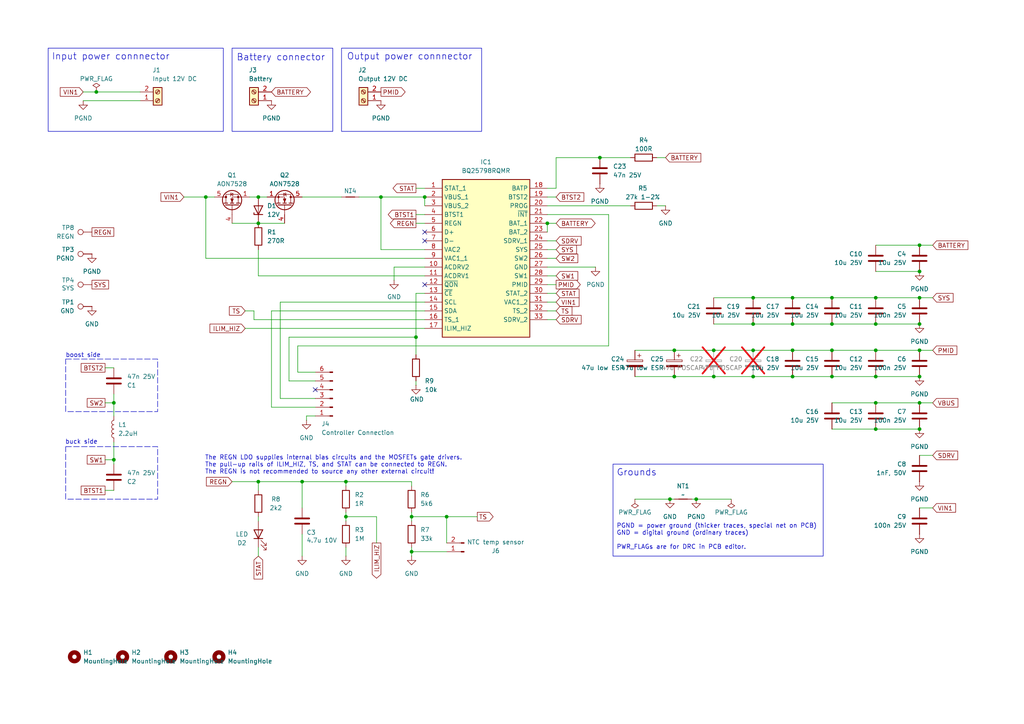
<source format=kicad_sch>
(kicad_sch (version 20231120) (generator "eeschema") (generator_version "8.0")
  (paper "A4")
  (title_block (title "BQ25798 UPS module") (rev "2.1"))
  (junction (at 173.99 45.72))
  (junction (at 33.02 116.84))
  (junction (at 74.93 139.7))
  (junction (at 119.38 160.02))
  (junction (at 254 86.36))
  (junction (at 120.65 97.79))
  (junction (at 241.3 86.36))
  (junction (at 119.38 149.86))
  (junction (at 33.02 133.35))
  (junction (at 201.93 144.78))
  (junction (at 229.87 86.36))
  (junction (at 194.31 144.78))
  (junction (at 100.33 149.86))
  (junction (at 100.33 139.7))
  (junction (at 241.3 101.6))
  (junction (at 218.44 101.6))
  (junction (at 195.58 101.6))
  (junction (at 27.94 26.67))
  (junction (at 129.54 149.86))
  (junction (at 266.7 86.36))
  (junction (at 254 124.46))
  (junction (at 207.01 109.22))
  (junction (at 266.7 93.98))
  (junction (at 229.87 93.98))
  (junction (at 218.44 109.22))
  (junction (at 254 109.22))
  (junction (at 254 101.6))
  (junction (at 123.19 57.15))
  (junction (at 207.01 101.6))
  (junction (at 218.44 86.36))
  (junction (at 266.7 71.12))
  (junction (at 266.7 78.74))
  (junction (at 195.58 109.22))
  (junction (at 74.93 57.15))
  (junction (at 266.7 109.22))
  (junction (at 254 116.84))
  (junction (at 266.7 124.46))
  (junction (at 110.49 57.15))
  (junction (at 218.44 93.98))
  (junction (at 241.3 109.22))
  (junction (at 266.7 116.84))
  (junction (at 87.63 139.7))
  (junction (at 74.93 64.77))
  (junction (at 59.69 57.15))
  (junction (at 229.87 101.6))
  (junction (at 254 93.98))
  (junction (at 266.7 101.6))
  (junction (at 229.87 109.22))
  (junction (at 158.75 64.77))
  (junction (at 241.3 93.98))
  (no_connect (at 123.19 69.85))
  (no_connect (at 91.44 113.03))
  (no_connect (at 123.19 67.31))
  (no_connect (at 123.19 82.55))
  (wire (pts (xy 129.54 149.86) (xy 129.54 157.48)))
  (wire (pts (xy 241.3 116.84) (xy 254 116.84)))
  (wire (pts (xy 201.93 144.78) (xy 212.09 144.78)))
  (wire (pts (xy 184.15 144.78) (xy 194.31 144.78)))
  (wire (pts (xy 119.38 148.59) (xy 119.38 149.86)))
  (wire (pts (xy 229.87 109.22) (xy 218.44 109.22)))
  (wire (pts (xy 30.48 133.35) (xy 33.02 133.35)))
  (wire (pts (xy 86.36 107.95) (xy 91.44 107.95)))
  (wire (pts (xy 241.3 93.98) (xy 229.87 93.98)))
  (wire (pts (xy 218.44 109.22) (xy 207.01 109.22)))
  (wire (pts (xy 207.01 101.6) (xy 195.58 101.6)))
  (wire (pts (xy 120.65 54.61) (xy 123.19 54.61)))
  (wire (pts (xy 114.3 77.47) (xy 123.19 77.47)))
  (wire (pts (xy 33.02 116.84) (xy 33.02 114.3)))
  (wire (pts (xy 176.53 62.23) (xy 176.53 100.33)))
  (wire (pts (xy 270.51 71.12) (xy 266.7 71.12)))
  (wire (pts (xy 78.74 118.11) (xy 78.74 90.17)))
  (wire (pts (xy 78.74 90.17) (xy 123.19 90.17)))
  (wire (pts (xy 87.63 57.15) (xy 99.06 57.15)))
  (wire (pts (xy 161.29 57.15) (xy 158.75 57.15)))
  (wire (pts (xy 161.29 85.09) (xy 158.75 85.09)))
  (wire (pts (xy 30.48 106.68) (xy 33.02 106.68)))
  (wire (pts (xy 104.14 57.15) (xy 110.49 57.15)))
  (wire (pts (xy 161.29 74.93) (xy 158.75 74.93)))
  (wire (pts (xy 119.38 151.13) (xy 119.38 149.86)))
  (wire (pts (xy 173.99 45.72) (xy 182.88 45.72)))
  (wire (pts (xy 120.65 110.49) (xy 120.65 111.76)))
  (wire (pts (xy 33.02 128.27) (xy 33.02 133.35)))
  (wire (pts (xy 158.75 64.77) (xy 161.29 64.77)))
  (wire (pts (xy 241.3 109.22) (xy 229.87 109.22)))
  (wire (pts (xy 270.51 147.32) (xy 266.7 147.32)))
  (wire (pts (xy 73.66 90.17) (xy 73.66 92.71)))
  (wire (pts (xy 270.51 116.84) (xy 266.7 116.84)))
  (wire (pts (xy 74.93 149.86) (xy 74.93 151.13)))
  (wire (pts (xy 87.63 139.7) (xy 100.33 139.7)))
  (wire (pts (xy 194.31 144.78) (xy 195.58 144.78)))
  (wire (pts (xy 74.93 139.7) (xy 87.63 139.7)))
  (wire (pts (xy 120.65 62.23) (xy 123.19 62.23)))
  (wire (pts (xy 195.58 109.22) (xy 184.15 109.22)))
  (wire (pts (xy 87.63 139.7) (xy 87.63 147.32)))
  (wire (pts (xy 193.04 45.72) (xy 190.5 45.72)))
  (wire (pts (xy 270.51 101.6) (xy 266.7 101.6)))
  (wire (pts (xy 120.65 64.77) (xy 123.19 64.77)))
  (wire (pts (xy 74.93 57.15) (xy 77.47 57.15)))
  (wire (pts (xy 266.7 116.84) (xy 254 116.84)))
  (wire (pts (xy 71.12 95.25) (xy 123.19 95.25)))
  (wire (pts (xy 119.38 149.86) (xy 129.54 149.86)))
  (wire (pts (xy 254 124.46) (xy 241.3 124.46)))
  (wire (pts (xy 100.33 148.59) (xy 100.33 149.86)))
  (wire (pts (xy 200.66 144.78) (xy 201.93 144.78)))
  (wire (pts (xy 195.58 101.6) (xy 184.15 101.6)))
  (wire (pts (xy 71.12 90.17) (xy 73.66 90.17)))
  (wire (pts (xy 266.7 109.22) (xy 254 109.22)))
  (wire (pts (xy 120.65 85.09) (xy 123.19 85.09)))
  (wire (pts (xy 110.49 72.39) (xy 123.19 72.39)))
  (wire (pts (xy 241.3 101.6) (xy 229.87 101.6)))
  (wire (pts (xy 100.33 139.7) (xy 119.38 139.7)))
  (wire (pts (xy 30.48 116.84) (xy 33.02 116.84)))
  (wire (pts (xy 24.13 29.21) (xy 40.64 29.21)))
  (wire (pts (xy 33.02 120.65) (xy 33.02 116.84)))
  (wire (pts (xy 207.01 109.22) (xy 195.58 109.22)))
  (wire (pts (xy 91.44 115.57) (xy 81.28 115.57)))
  (wire (pts (xy 270.51 132.08) (xy 266.7 132.08)))
  (wire (pts (xy 254 101.6) (xy 241.3 101.6)))
  (wire (pts (xy 88.9 120.65) (xy 91.44 120.65)))
  (wire (pts (xy 270.51 86.36) (xy 266.7 86.36)))
  (wire (pts (xy 86.36 100.33) (xy 176.53 100.33)))
  (wire (pts (xy 158.75 62.23) (xy 176.53 62.23)))
  (wire (pts (xy 74.93 64.77) (xy 82.55 64.77)))
  (wire (pts (xy 110.49 57.15) (xy 110.49 72.39)))
  (wire (pts (xy 100.33 149.86) (xy 100.33 151.13)))
  (wire (pts (xy 78.74 118.11) (xy 91.44 118.11)))
  (wire (pts (xy 193.04 59.69) (xy 190.5 59.69)))
  (wire (pts (xy 120.65 85.09) (xy 120.65 97.79)))
  (wire (pts (xy 158.75 59.69) (xy 182.88 59.69)))
  (wire (pts (xy 158.75 64.77) (xy 158.75 67.31)))
  (wire (pts (xy 119.38 139.7) (xy 119.38 140.97)))
  (wire (pts (xy 158.75 72.39) (xy 161.29 72.39)))
  (wire (pts (xy 161.29 80.01) (xy 158.75 80.01)))
  (wire (pts (xy 81.28 115.57) (xy 81.28 87.63)))
  (wire (pts (xy 83.82 97.79) (xy 83.82 110.49)))
  (wire (pts (xy 73.66 92.71) (xy 123.19 92.71)))
  (wire (pts (xy 110.49 57.15) (xy 123.19 57.15)))
  (wire (pts (xy 254 93.98) (xy 241.3 93.98)))
  (wire (pts (xy 114.3 81.28) (xy 114.3 77.47)))
  (wire (pts (xy 218.44 93.98) (xy 207.01 93.98)))
  (wire (pts (xy 266.7 101.6) (xy 254 101.6)))
  (wire (pts (xy 53.34 57.15) (xy 59.69 57.15)))
  (wire (pts (xy 83.82 110.49) (xy 91.44 110.49)))
  (wire (pts (xy 266.7 71.12) (xy 254 71.12)))
  (wire (pts (xy 161.29 82.55) (xy 158.75 82.55)))
  (wire (pts (xy 229.87 86.36) (xy 218.44 86.36)))
  (wire (pts (xy 266.7 86.36) (xy 254 86.36)))
  (wire (pts (xy 229.87 93.98) (xy 218.44 93.98)))
  (wire (pts (xy 161.29 69.85) (xy 158.75 69.85)))
  (wire (pts (xy 74.93 161.29) (xy 74.93 158.75)))
  (wire (pts (xy 100.33 149.86) (xy 109.22 149.86)))
  (wire (pts (xy 74.93 80.01) (xy 123.19 80.01)))
  (wire (pts (xy 158.75 77.47) (xy 172.72 77.47)))
  (wire (pts (xy 74.93 72.39) (xy 74.93 80.01)))
  (wire (pts (xy 67.31 139.7) (xy 74.93 139.7)))
  (wire (pts (xy 59.69 57.15) (xy 59.69 74.93)))
  (wire (pts (xy 87.63 154.94) (xy 87.63 161.29)))
  (wire (pts (xy 161.29 54.61) (xy 158.75 54.61)))
  (wire (pts (xy 254 109.22) (xy 241.3 109.22)))
  (wire (pts (xy 88.9 121.92) (xy 88.9 120.65)))
  (wire (pts (xy 161.29 87.63) (xy 158.75 87.63)))
  (wire (pts (xy 129.54 149.86) (xy 138.43 149.86)))
  (wire (pts (xy 119.38 158.75) (xy 119.38 160.02)))
  (wire (pts (xy 59.69 57.15) (xy 62.23 57.15)))
  (wire (pts (xy 266.7 124.46) (xy 254 124.46)))
  (wire (pts (xy 161.29 45.72) (xy 161.29 54.61)))
  (wire (pts (xy 24.13 26.67) (xy 27.94 26.67)))
  (wire (pts (xy 229.87 101.6) (xy 218.44 101.6)))
  (wire (pts (xy 72.39 57.15) (xy 74.93 57.15)))
  (wire (pts (xy 59.69 74.93) (xy 123.19 74.93)))
  (wire (pts (xy 81.28 87.63) (xy 123.19 87.63)))
  (wire (pts (xy 161.29 45.72) (xy 173.99 45.72)))
  (wire (pts (xy 30.48 142.24) (xy 33.02 142.24)))
  (wire (pts (xy 33.02 134.62) (xy 33.02 133.35)))
  (wire (pts (xy 161.29 92.71) (xy 158.75 92.71)))
  (wire (pts (xy 254 86.36) (xy 241.3 86.36)))
  (wire (pts (xy 161.29 90.17) (xy 158.75 90.17)))
  (wire (pts (xy 120.65 97.79) (xy 120.65 102.87)))
  (wire (pts (xy 266.7 78.74) (xy 254 78.74)))
  (wire (pts (xy 109.22 149.86) (xy 109.22 157.48)))
  (wire (pts (xy 120.65 97.79) (xy 83.82 97.79)))
  (wire (pts (xy 218.44 86.36) (xy 207.01 86.36)))
  (wire (pts (xy 266.7 93.98) (xy 254 93.98)))
  (wire (pts (xy 241.3 86.36) (xy 229.87 86.36)))
  (wire (pts (xy 100.33 161.29) (xy 100.33 158.75)))
  (wire (pts (xy 119.38 160.02) (xy 129.54 160.02)))
  (wire (pts (xy 123.19 57.15) (xy 123.19 59.69)))
  (wire (pts (xy 27.94 26.67) (xy 40.64 26.67)))
  (wire (pts (xy 67.31 64.77) (xy 74.93 64.77)))
  (wire (pts (xy 100.33 139.7) (xy 100.33 140.97)))
  (wire (pts (xy 119.38 160.02) (xy 119.38 161.29)))
  (wire (pts (xy 86.36 100.33) (xy 86.36 107.95)))
  (wire (pts (xy 74.93 139.7) (xy 74.93 142.24)))
  (wire (pts (xy 218.44 101.6) (xy 207.01 101.6)))
  (rectangle (start 67.31 13.97) (end 96.52 38.1))
  (rectangle (start 19.05 104.14) (end 45.72 119.38) (stroke (width 0) (type dash)))
  (rectangle (start 177.8 134.62) (end 238.76 161.29))
  (rectangle (start 99.06 13.97) (end 139.7 38.1))
  (rectangle (start 19.05 129.54) (end 45.72 144.78) (stroke (width 0) (type dash)))
  (rectangle (start 13.97 13.97) (end 64.77 38.1))
  (text "Grounds" (at 178.816 137.16 0) (effects (font (size 1.905 1.905)) (justify left)))
  (text "PGND = power ground (thicker traces, special net on PCB)\nGND = digital ground (ordinary traces)\n\nPWR_FLAGs are for DRC in PCB editor." (at 178.816 155.702 0) (effects (font (size 1.27 1.27)) (justify left)))
  (text "Output power connnector" (at 100.584 16.51 0) (effects (font (size 1.905 1.905)) (justify left)))
  (text "Battery connector" (at 68.58 16.764 0) (effects (font (size 1.905 1.905)) (justify left)))
  (text "boost side" (at 24.13 103.124 0) (effects (font (size 1.27 1.27))))
  (text "Input power connnector" (at 14.986 16.51 0) (effects (font (size 1.905 1.905)) (justify left)))
  (text "buck side" (at 23.622 128.27 0) (effects (font (size 1.27 1.27))))
  (text "The REGN LDO supplies internal bias circuits and the MOSFETs gate drivers. \nThe pull-up rails of ILIM_HIZ, TS, and STAT can be connected to REGN.\nThe REGN is not recommended to source any other external circuit!" (at 59.436 134.874 0) (effects (font (size 1.27 1.27)) (justify left)))
  (global_label "SYS" (shape passive) (at 26.67 82.55 0) (property "Intersheetrefs" "${INTERSHEET_REFS}" (effects (hide yes))))
  (global_label "SYS" (shape input) (at 270.51 86.36 0) (property "Intersheetrefs" "${INTERSHEET_REFS}" (effects (hide yes))))
  (global_label "ILIM_HIZ" (shape output) (at 109.22 157.48 270) (property "Intersheetrefs" "${INTERSHEET_REFS}" (effects (hide yes))))
  (global_label "BATTERY" (shape bidirectional) (at 78.74 26.67 0) (property "Intersheetrefs" "${INTERSHEET_REFS}" (effects (hide yes))))
  (global_label "SW1" (shape input) (at 161.29 80.01 0) (property "Intersheetrefs" "${INTERSHEET_REFS}" (effects (hide yes))))
  (global_label "TS" (shape output) (at 138.43 149.86 0) (property "Intersheetrefs" "${INTERSHEET_REFS}" (effects (hide yes))))
  (global_label "BATTERY" (shape bidirectional) (at 161.29 64.77 0) (property "Intersheetrefs" "${INTERSHEET_REFS}" (effects (hide yes))))
  (global_label "SDRV" (shape input) (at 270.51 132.08 0) (property "Intersheetrefs" "${INTERSHEET_REFS}" (effects (hide yes))))
  (global_label "VIN1" (shape input) (at 161.29 87.63 0) (property "Intersheetrefs" "${INTERSHEET_REFS}" (effects (hide yes))))
  (global_label "REGN" (shape input) (at 67.31 139.7 180) (property "Intersheetrefs" "${INTERSHEET_REFS}" (effects (hide yes))))
  (global_label "STAT" (shape output) (at 120.65 54.61 180) (property "Intersheetrefs" "${INTERSHEET_REFS}" (effects (hide yes))))
  (global_label "SW1" (shape passive) (at 30.48 133.35 180) (property "Intersheetrefs" "${INTERSHEET_REFS}" (effects (hide yes))))
  (global_label "BTST1" (shape passive) (at 30.48 142.24 180) (property "Intersheetrefs" "${INTERSHEET_REFS}" (effects (hide yes))))
  (global_label "PMID" (shape output) (at 110.49 26.67 0) (property "Intersheetrefs" "${INTERSHEET_REFS}" (effects (hide yes))))
  (global_label "SDRV" (shape input) (at 161.29 92.71 0) (property "Intersheetrefs" "${INTERSHEET_REFS}" (effects (hide yes))))
  (global_label "REGN" (shape passive) (at 26.67 67.31 0) (property "Intersheetrefs" "${INTERSHEET_REFS}" (effects (hide yes))))
  (global_label "VIN1" (shape input) (at 270.51 147.32 0) (property "Intersheetrefs" "${INTERSHEET_REFS}" (effects (hide yes))))
  (global_label "STAT" (shape input) (at 74.93 161.29 270) (property "Intersheetrefs" "${INTERSHEET_REFS}" (effects (hide yes))))
  (global_label "BTST1" (shape output) (at 120.65 62.23 180) (property "Intersheetrefs" "${INTERSHEET_REFS}" (effects (hide yes))))
  (global_label "BATTERY" (shape input) (at 270.51 71.12 0) (property "Intersheetrefs" "${INTERSHEET_REFS}" (effects (hide yes))))
  (global_label "TS" (shape input) (at 161.29 90.17 0) (property "Intersheetrefs" "${INTERSHEET_REFS}" (effects (hide yes))))
  (global_label "REGN" (shape output) (at 120.65 64.77 180) (property "Intersheetrefs" "${INTERSHEET_REFS}" (effects (hide yes))))
  (global_label "SDRV" (shape input) (at 161.29 69.85 0) (property "Intersheetrefs" "${INTERSHEET_REFS}" (effects (hide yes))))
  (global_label "PMID" (shape output) (at 161.29 82.55 0) (property "Intersheetrefs" "${INTERSHEET_REFS}" (effects (hide yes))))
  (global_label "BTST2" (shape passive) (at 30.48 106.68 180) (property "Intersheetrefs" "${INTERSHEET_REFS}" (effects (hide yes))))
  (global_label "STAT" (shape input) (at 161.29 85.09 0) (property "Intersheetrefs" "${INTERSHEET_REFS}" (effects (hide yes))))
  (global_label "SW2" (shape passive) (at 30.48 116.84 180) (property "Intersheetrefs" "${INTERSHEET_REFS}" (effects (hide yes))))
  (global_label "BTST2" (shape input) (at 161.29 57.15 0) (property "Intersheetrefs" "${INTERSHEET_REFS}" (effects (hide yes))))
  (global_label "ILIM_HIZ" (shape input) (at 71.12 95.25 180) (property "Intersheetrefs" "${INTERSHEET_REFS}" (effects (hide yes))))
  (global_label "BATTERY" (shape input) (at 193.04 45.72 0) (property "Intersheetrefs" "${INTERSHEET_REFS}" (effects (hide yes))))
  (global_label "TS" (shape input) (at 71.12 90.17 180) (property "Intersheetrefs" "${INTERSHEET_REFS}" (effects (hide yes))))
  (global_label "VBUS" (shape input) (at 270.51 116.84 0) (property "Intersheetrefs" "${INTERSHEET_REFS}" (effects (hide yes))))
  (global_label "VIN1" (shape input) (at 24.13 26.67 180) (property "Intersheetrefs" "${INTERSHEET_REFS}" (effects (hide yes))))
  (global_label "SW2" (shape input) (at 161.29 74.93 0) (property "Intersheetrefs" "${INTERSHEET_REFS}" (effects (hide yes))))
  (global_label "PMID" (shape input) (at 270.51 101.6 0) (property "Intersheetrefs" "${INTERSHEET_REFS}" (effects (hide yes))))
  (global_label "SYS" (shape input) (at 161.29 72.39 0) (property "Intersheetrefs" "${INTERSHEET_REFS}" (effects (hide yes))))
  (global_label "VIN1" (shape input) (at 53.34 57.15 180) (property "Intersheetrefs" "${INTERSHEET_REFS}" (effects (hide yes))))
  (symbol (lib_id "Device:NetTie_2") (at 198.12 144.78 0) (unit 1) (in_bom no)
    (property "Reference" "NT1" (at 198.12 140.97 0))
    (property "Value" "~" (at 198.12 143.51 0))
    (property "Footprint" "NetTie:NetTie-2_SMD_Pad0.5mm" (effects (hide yes)))
    (property "Description" "Net tie, 2 pins" (effects (hide yes)))
    (property "Bought" "onboard" (effects (hide yes)))
  )
  (symbol (lib_id "Device:LED") (at 74.93 154.94 90) (unit 1)
    (property "Reference" "D2" (at 70.1675 157.48 90))
    (property "Value" "LED" (at 70.1675 154.94 90))
    (property "Footprint" "LED_SMD:LED_0805_2012Metric" (effects (hide yes)))
    (property "Description" "Light emitting diode" (effects (hide yes)))
    (property "Bought" "basket @TME" (effects (hide yes)))
    (property "Source" "https://www.tme.eu/cz/details/597-3605-607f/diody-led-smd-barevne/dialight/" (effects (hide yes)))
  )
  (symbol (lib_id "power:GND") (at 266.7 124.46 0) (mirror y) (unit 1)
    (property "Reference" "#PWR019" (effects (hide yes)))
    (property "Value" "PGND" (at 266.7 129.54 0))
    (property "Description" "Power symbol creates a global label with name \"GND\" , ground" (effects (hide yes)))
  )
  (symbol (lib_id "Device:C_Polarized") (at 195.58 105.41 0) (mirror y) (unit 1)
    (property "Reference" "C25" (at 192.532 104.14 0) (effects (justify left)))
    (property "Value" "47u low ESR" (at 192.532 106.68 0) (effects (justify left)))
    (property "Footprint" "Capacitor_SMD:C_Elec_6.3x5.8" (effects (hide yes)))
    (property "Datasheet" "https://www.tme.eu/Document/7ccde45c0027a3e3f430184db53d7373/AAA8000C62.pdf" (effects (hide yes)))
    (property "Description" "Polarized capacitor" (effects (hide yes)))
    (property "Bought" "basket @TME" (effects (hide yes)))
    (property "Parameters" " low ESR; SMD; 47uF; 25VDC" (effects (hide yes)))
    (property "Source" "https://www.tme.eu/cz/details/eeefk1e470p/elektrolyticke-kondenzatory-smd/panasonic/" (effects (hide yes)))
  )
  (symbol (lib_id "Device:R") (at 74.93 146.05 0) (unit 1)
    (property "Reference" "R8" (at 80.01 144.78 0))
    (property "Value" "2k2" (at 80.01 147.32 0))
    (property "Footprint" "Resistor_SMD:R_0805_2012Metric" (effects (hide yes)))
    (property "Description" "Resistor" (effects (hide yes)))
    (property "Bought" " " (effects (hide yes)))
  )
  (symbol (lib_id "power:GND") (at 193.04 59.69 0) (unit 1)
    (property "Reference" "#PWR010" (effects (hide yes)))
    (property "Value" "GND" (at 193.04 64.77 0))
    (property "Description" "Power symbol creates a global label with name \"GND\" , ground" (effects (hide yes)))
  )
  (symbol (lib_id "Mechanical:MountingHole") (at 63.5 190.5 0) (unit 1) (exclude_from_sim yes) (in_bom no)
    (property "Reference" "H4" (at 66.04 189.2299 0) (effects (justify left)))
    (property "Value" "MountingHole" (at 66.04 191.7699 0) (effects (justify left)))
    (property "Footprint" "MountingHole:MountingHole_3.2mm_M3" (effects (hide yes)))
    (property "Description" "Mounting Hole without connection" (effects (hide yes)))
    (property "Bought" "onboard" (effects (hide yes)))
  )
  (symbol (lib_id "power:GND") (at 266.7 78.74 0) (mirror y) (unit 1)
    (property "Reference" "#PWR016" (effects (hide yes)))
    (property "Value" "PGND" (at 266.7 83.82 0))
    (property "Description" "Power symbol creates a global label with name \"GND\" , ground" (effects (hide yes)))
  )
  (symbol (lib_id "Device:R") (at 120.65 106.68 180) (unit 1)
    (property "Reference" "R9" (at 123.19 110.4899 0) (effects (justify right)))
    (property "Value" "10k" (at 123.19 113.0299 0) (effects (justify right)))
    (property "Footprint" "Resistor_SMD:R_0805_2012Metric" (effects (hide yes)))
    (property "Description" "Resistor" (effects (hide yes)))
    (property "Bought" "basket @TME" (effects (hide yes)))
    (property "Parameters" "doplnění zásob" (effects (hide yes)))
    (property "Source" "https://www.tme.eu/cz/en/details/rt0805brd0710k/smd-resistors/yageo/rt0805brd0710kl/" (effects (hide yes)))
  )
  (symbol (lib_id "Connector:Conn_01x06_Pin") (at 96.52 115.57 180) (unit 1)
    (property "Reference" "J4" (at 93.218 122.936 0) (effects (justify right)))
    (property "Value" "Controller Connection" (at 93.218 125.476 0) (effects (justify right)))
    (property "Footprint" "Connector_JST:JST_XH_B6B-XH-A_1x06_P2.50mm_Vertical" (effects (hide yes)))
    (property "Description" "Generic connector, single row, 01x06, script generated" (effects (hide yes)))
  )
  (symbol (lib_id "Device:C") (at 254 90.17 0) (mirror y) (unit 1)
    (property "Reference" "C11" (at 250.19 88.8999 0) (effects (justify left)))
    (property "Value" "10u 25V" (at 250.19 91.4399 0) (effects (justify left)))
    (property "Footprint" "Capacitor_SMD:C_0805_2012Metric" (effects (hide yes)))
    (property "Description" "Unpolarized capacitor" (effects (hide yes)))
    (property "Bought" "basket @TME" (effects (hide yes)))
    (property "Parameters" "X7R" (effects (hide yes)))
    (property "Source" "https://www.tme.eu/cz/details/grj21br61e106ke01k/kondenzatory-mlcc-smd/murata/" (effects (hide yes)))
  )
  (symbol (lib_id "Device:C") (at 173.99 49.53 0) (unit 1)
    (property "Reference" "C23" (at 177.8 48.2599 0) (effects (justify left)))
    (property "Value" "47n 25V" (at 177.8 50.7999 0) (effects (justify left)))
    (property "Footprint" "Capacitor_SMD:C_0402_1005Metric" (effects (hide yes)))
    (property "Description" "Unpolarized capacitor" (effects (hide yes)))
    (property "Bought" "basket @TME" (effects (hide yes)))
    (property "Parameters" "X7R" (effects (hide yes)))
    (property "Source" "https://www.tme.eu/cz/details/gcm155r71e473ka55d/kondenzatory-mlcc-smd/murata/" (effects (hide yes)))
  )
  (symbol (lib_id "power:PWR_FLAG") (at 27.94 26.67 0) (unit 1)
    (property "Reference" "#FLG01" (effects (hide yes)))
    (property "Value" "PWR_FLAG" (at 27.94 22.86 0))
    (property "Description" "Special symbol for telling ERC where power comes from" (effects (hide yes)))
  )
  (symbol (lib_id "Connector:Conn_01x02_Pin") (at 134.62 160.02 180) (unit 1)
    (property "Reference" "J6" (at 143.764 159.766 0))
    (property "Value" "NTC temp sensor" (at 143.764 157.226 0))
    (property "Footprint" "Connector_JST:JST_XH_B2B-XH-A_1x02_P2.50mm_Vertical" (effects (hide yes)))
    (property "Description" "Generic connector, single row, 01x02, script generated" (effects (hide yes)))
    (property "Bought" "at home" (effects (hide yes)))
    (property "Parameters" "socket/header only" (effects (hide yes)))
    (property "Source" "https://www.tme.eu/cz/details/nrbe104f3380b1f/merici-termistory-ntc-tht/eaton-electronics/" (effects (hide yes)))
  )
  (symbol (lib_id "Device:C") (at 266.7 105.41 0) (mirror y) (unit 1)
    (property "Reference" "C6" (at 262.89 104.1399 0) (effects (justify left)))
    (property "Value" "100n 25V" (at 262.89 106.6799 0) (effects (justify left)))
    (property "Footprint" "Capacitor_SMD:C_0402_1005Metric" (effects (hide yes)))
    (property "Description" "Unpolarized capacitor" (effects (hide yes)))
    (property "Bought" "basket @TME" (effects (hide yes)))
    (property "Parameters" "X7R" (effects (hide yes)))
    (property "Source" "https://www.tme.eu/cz/details/gcm155r71e104ke02d/kondenzatory-mlcc-smd/murata/" (effects (hide yes)))
  )
  (symbol (lib_id "easyeda2kicad:AON7528_michal") (at 67.31 59.69 90) (unit 1)
    (property "Reference" "Q1" (at 67.31 50.8 90))
    (property "Value" "AON7528" (at 67.31 53.34 90))
    (property "Footprint" "easyeda2kicad:DFN-8_L3.3-W3.3-P0.65-BL-3" (effects (hide yes)))
    (property "Bought" "basket @TME" (effects (hide yes)))
    (property "Source" "https://www.tme.eu/cz/details/aon7528/tranzistory-s-kanalem-n-smd/alpha-omega-semiconductor/" (effects (hide yes)))
  )
  (symbol (lib_name "TestPoint_5") (lib_id "Connector:TestPoint") (at 26.67 88.9 90) (mirror x) (unit 1)
    (property "Reference" "TP1" (at 21.59 87.6299 90) (effects (justify left)))
    (property "Value" "GND" (at 21.59 90.1699 90) (effects (justify left)))
    (property "Footprint" "TestPoint:TestPoint_Loop_D1.80mm_Drill1.0mm_Beaded" (effects (hide yes)))
    (property "Description" "test point" (effects (hide yes)))
    (property "Bought" "at home" (effects (hide yes)))
  )
  (symbol (lib_id "Device:C") (at 266.7 120.65 0) (mirror y) (unit 1)
    (property "Reference" "C7" (at 262.89 119.3799 0) (effects (justify left)))
    (property "Value" "100n 25V" (at 262.89 121.9199 0) (effects (justify left)))
    (property "Footprint" "Capacitor_SMD:C_0402_1005Metric" (effects (hide yes)))
    (property "Description" "Unpolarized capacitor" (effects (hide yes)))
    (property "Bought" "basket @TME" (effects (hide yes)))
    (property "Parameters" "X7R" (effects (hide yes)))
    (property "Source" "https://www.tme.eu/cz/details/gcm155r71e104ke02d/kondenzatory-mlcc-smd/murata/" (effects (hide yes)))
  )
  (symbol (lib_id "Device:C") (at 266.7 151.13 0) (mirror y) (unit 1)
    (property "Reference" "C9" (at 262.89 149.8599 0) (effects (justify left)))
    (property "Value" "100n 25V" (at 262.89 152.3999 0) (effects (justify left)))
    (property "Footprint" "Capacitor_SMD:C_0402_1005Metric" (effects (hide yes)))
    (property "Description" "Unpolarized capacitor" (effects (hide yes)))
    (property "Bought" "basket @TME" (effects (hide yes)))
    (property "Parameters" "X7R" (effects (hide yes)))
    (property "Source" "https://www.tme.eu/cz/details/gcm155r71e104ke02d/kondenzatory-mlcc-smd/murata/" (effects (hide yes)))
  )
  (symbol (lib_id "Device:C") (at 229.87 105.41 0) (mirror y) (unit 1)
    (property "Reference" "C18" (at 226.06 104.1399 0) (effects (justify left)))
    (property "Value" "10u 25V" (at 226.06 106.6799 0) (effects (justify left)))
    (property "Footprint" "Capacitor_SMD:C_0805_2012Metric" (effects (hide yes)))
    (property "Description" "Unpolarized capacitor" (effects (hide yes)))
    (property "Bought" "basket @TME" (effects (hide yes)))
    (property "Parameters" "X7R" (effects (hide yes)))
    (property "Source" "https://www.tme.eu/cz/details/grj21br61e106ke01k/kondenzatory-mlcc-smd/murata/" (effects (hide yes)))
  )
  (symbol (lib_id "My Connectors:Screw_Terminal_01x02") (at 105.41 29.21 180) (unit 1)
    (property "Reference" "J2" (at 103.886 20.32 0) (effects (justify right)))
    (property "Value" "Output 12V DC" (at 103.886 22.86 0) (effects (justify right)))
    (property "Footprint" "TerminalBlock_Phoenix:TerminalBlock_Phoenix_MKDS-1,5-2-5.08_1x02_P5.08mm_Horizontal" (effects (hide yes)))
    (property "Description" "Generic screw terminal, single row, 01x02, script generated (kicad-library-utils/schlib/autogen/connector/)" (effects (hide yes)))
    (property "Bought" "at home" (effects (hide yes)))
  )
  (symbol (lib_id "power:GND") (at 172.72 77.47 0) (unit 1)
    (property "Reference" "#PWR06" (effects (hide yes)))
    (property "Value" "PGND" (at 172.72 82.55 0))
    (property "Description" "Power symbol creates a global label with name \"GND\" , ground" (effects (hide yes)))
  )
  (symbol (lib_id "power:GND") (at 24.13 29.21 0) (mirror y) (unit 1)
    (property "Reference" "#PWR01" (effects (hide yes)))
    (property "Value" "PGND" (at 24.13 34.29 0))
    (property "Description" "Power symbol creates a global label with name \"GND\" , ground" (effects (hide yes)))
  )
  (symbol (lib_id "Device:NetTie_2") (at 101.6 57.15 180) (unit 1) (in_bom no)
    (property "Reference" "NT4" (at 101.6 55.372 0))
    (property "Value" "~" (at 101.6 55.88 0))
    (property "Footprint" "NetTie:NetTie-2_SMD_Pad0.5mm" (effects (hide yes)))
    (property "Description" "Net tie, 2 pins" (effects (hide yes)))
  )
  (symbol (lib_id "Device:C") (at 33.02 138.43 0) (mirror x) (unit 1)
    (property "Reference" "C2" (at 36.83 139.7001 0) (effects (justify left)))
    (property "Value" "47n 25V" (at 36.83 137.1601 0) (effects (justify left)))
    (property "Footprint" "Capacitor_SMD:C_0402_1005Metric" (effects (hide yes)))
    (property "Description" "Unpolarized capacitor" (effects (hide yes)))
    (property "Bought" "basket @TME" (effects (hide yes)))
    (property "Parameters" "X7R" (effects (hide yes)))
    (property "Source" "https://www.tme.eu/cz/details/gcm155r71e473ka55d/kondenzatory-mlcc-smd/murata/" (effects (hide yes)))
  )
  (symbol (lib_id "Device:R") (at 100.33 154.94 180) (unit 1)
    (property "Reference" "R3" (at 102.87 153.6699 0) (effects (justify right)))
    (property "Value" "1M" (at 102.87 156.2099 0) (effects (justify right)))
    (property "Footprint" "Resistor_SMD:R_0805_2012Metric" (effects (hide yes)))
    (property "Description" "Resistor" (effects (hide yes)))
  )
  (symbol (lib_id "Device:C_Polarized") (at 218.44 105.41 0) (mirror y) (unit 1) (in_bom no) (dnp yes)
    (property "Reference" "C20" (at 215.392 104.14 0) (effects (justify left)))
    (property "Value" "47u POSCAP" (at 215.392 106.68 0) (effects (justify left)))
    (property "Footprint" "easyeda2kicad:CASE-D_7343" (effects (hide yes)))
    (property "Datasheet" "https://www.tme.eu/Document/7ccde45c0027a3e3f430184db53d7373/AAA8000C62.pdf" (effects (hide yes)))
    (property "Description" "Polarized capacitor" (effects (hide yes)))
    (property "Bought" " " (effects (hide yes)))
    (property "Parameters" "20V" (effects (hide yes)))
    (property "Source" "https://www.tme.eu/cz/en/details/20tqc47myf/smd-polymer-capacitors/panasonic/" (effects (hide yes)))
  )
  (symbol (lib_id "power:GND") (at 114.3 81.28 0) (unit 1)
    (property "Reference" "#PWR07" (effects (hide yes)))
    (property "Value" "GND" (at 114.3 86.106 0))
    (property "Description" "Power symbol creates a global label with name \"GND\" , ground" (effects (hide yes)))
  )
  (symbol (lib_id "power:GND") (at 100.33 161.29 0) (unit 1)
    (property "Reference" "#PWR05" (effects (hide yes)))
    (property "Value" "GND" (at 100.33 166.37 0))
    (property "Description" "Power symbol creates a global label with name \"GND\" , ground" (effects (hide yes)))
  )
  (symbol (lib_name "TestPoint_1") (lib_id "Connector:TestPoint") (at 26.67 67.31 90) (mirror x) (unit 1)
    (property "Reference" "TP8" (at 21.59 66.0399 90) (effects (justify left)))
    (property "Value" "REGN" (at 21.59 68.5799 90) (effects (justify left)))
    (property "Footprint" "TestPoint:TestPoint_Loop_D1.80mm_Drill1.0mm_Beaded" (effects (hide yes)))
    (property "Description" "test point" (effects (hide yes)))
    (property "Bought" "at home" (effects (hide yes)))
  )
  (symbol (lib_id "My Connectors:Screw_Terminal_01x02") (at 73.66 29.21 180) (unit 1)
    (property "Reference" "J3" (at 72.136 20.32 0) (effects (justify right)))
    (property "Value" "Battery" (at 72.136 22.86 0) (effects (justify right)))
    (property "Footprint" "TerminalBlock_Phoenix:TerminalBlock_Phoenix_MKDS-1,5-2-5.08_1x02_P5.08mm_Horizontal" (effects (hide yes)))
    (property "Description" "Generic screw terminal, single row, 01x02, script generated (kicad-library-utils/schlib/autogen/connector/)" (effects (hide yes)))
    (property "Bought" "at home" (effects (hide yes)))
  )
  (symbol (lib_id "Mechanical:MountingHole") (at 49.53 190.5 0) (unit 1) (exclude_from_sim yes) (in_bom no)
    (property "Reference" "H3" (at 52.07 189.2299 0) (effects (justify left)))
    (property "Value" "MountingHole" (at 52.07 191.7699 0) (effects (justify left)))
    (property "Footprint" "MountingHole:MountingHole_3.2mm_M3" (effects (hide yes)))
    (property "Description" "Mounting Hole without connection" (effects (hide yes)))
    (property "Bought" "onboard" (effects (hide yes)))
  )
  (symbol (lib_id "power:GND") (at 201.93 144.78 0) (unit 1)
    (property "Reference" "#PWR015" (effects (hide yes)))
    (property "Value" "PGND" (at 201.93 149.86 0))
    (property "Description" "Power symbol creates a global label with name \"GND\" , ground" (effects (hide yes)))
  )
  (symbol (lib_id "Device:C") (at 266.7 135.89 0) (mirror y) (unit 1)
    (property "Reference" "C8" (at 262.89 134.6199 0) (effects (justify left)))
    (property "Value" "1nF, 50V" (at 262.89 137.1599 0) (effects (justify left)))
    (property "Footprint" "Capacitor_SMD:C_0402_1005Metric" (effects (hide yes)))
    (property "Description" "Unpolarized capacitor" (effects (hide yes)))
    (property "Bought" "basket @TME" (effects (hide yes)))
    (property "Parameters" "X7R" (effects (hide yes)))
    (property "Source" "https://www.tme.eu/cz/details/gcm1555c1h102ja16d/kondenzatory-mlcc-smd/murata/" (effects (hide yes)))
  )
  (symbol (lib_id "Device:C_Polarized") (at 184.15 105.41 0) (mirror y) (unit 1)
    (property "Reference" "C24" (at 181.102 104.14 0) (effects (justify left)))
    (property "Value" "47u low ESR" (at 181.102 106.68 0) (effects (justify left)))
    (property "Footprint" "Capacitor_SMD:C_Elec_6.3x5.8" (effects (hide yes)))
    (property "Datasheet" "https://www.tme.eu/Document/7ccde45c0027a3e3f430184db53d7373/AAA8000C62.pdf" (effects (hide yes)))
    (property "Description" "Polarized capacitor" (effects (hide yes)))
    (property "Bought" "basket @TME" (effects (hide yes)))
    (property "Parameters" " low ESR; SMD; 47uF; 25VDC" (effects (hide yes)))
    (property "Source" "https://www.tme.eu/cz/details/eeefk1e470p/elektrolyticke-kondenzatory-smd/panasonic/" (effects (hide yes)))
  )
  (symbol (lib_id "power:GND") (at 266.7 93.98 0) (mirror y) (unit 1)
    (property "Reference" "#PWR017" (effects (hide yes)))
    (property "Value" "PGND" (at 266.7 99.06 0))
    (property "Description" "Power symbol creates a global label with name \"GND\" , ground" (effects (hide yes)))
  )
  (symbol (lib_id "Mechanical:MountingHole") (at 21.59 190.5 0) (unit 1) (exclude_from_sim yes) (in_bom no)
    (property "Reference" "H1" (at 24.13 189.2299 0) (effects (justify left)))
    (property "Value" "MountingHole" (at 24.13 191.7699 0) (effects (justify left)))
    (property "Footprint" "MountingHole:MountingHole_3.2mm_M3" (effects (hide yes)))
    (property "Description" "Mounting Hole without connection" (effects (hide yes)))
    (property "Bought" "onboard" (effects (hide yes)))
  )
  (symbol (lib_id "Device:R") (at 186.69 45.72 90) (unit 1)
    (property "Reference" "R4" (at 186.69 40.64 90))
    (property "Value" "100R" (at 186.69 43.18 90))
    (property "Footprint" "Resistor_SMD:R_0805_2012Metric" (effects (hide yes)))
    (property "Description" "Resistor" (effects (hide yes)))
    (property "Bought" " " (effects (hide yes)))
  )
  (symbol (lib_id "Device:C") (at 229.87 90.17 0) (mirror y) (unit 1)
    (property "Reference" "C17" (at 226.06 88.8999 0) (effects (justify left)))
    (property "Value" "10u 25V" (at 226.06 91.4399 0) (effects (justify left)))
    (property "Footprint" "Capacitor_SMD:C_0805_2012Metric" (effects (hide yes)))
    (property "Description" "Unpolarized capacitor" (effects (hide yes)))
    (property "Bought" "basket @TME" (effects (hide yes)))
    (property "Parameters" "X7R" (effects (hide yes)))
    (property "Source" "https://www.tme.eu/cz/details/grj21br61e106ke01k/kondenzatory-mlcc-smd/murata/" (effects (hide yes)))
  )
  (symbol (lib_id "Device:C") (at 241.3 105.41 0) (mirror y) (unit 1)
    (property "Reference" "C15" (at 237.49 104.1399 0) (effects (justify left)))
    (property "Value" "10u 25V" (at 237.49 106.6799 0) (effects (justify left)))
    (property "Footprint" "Capacitor_SMD:C_0805_2012Metric" (effects (hide yes)))
    (property "Description" "Unpolarized capacitor" (effects (hide yes)))
    (property "Bought" "basket @TME" (effects (hide yes)))
    (property "Parameters" "X7R" (effects (hide yes)))
    (property "Source" "https://www.tme.eu/cz/details/grj21br61e106ke01k/kondenzatory-mlcc-smd/murata/" (effects (hide yes)))
  )
  (symbol (lib_id "Device:C") (at 254 120.65 0) (mirror y) (unit 1)
    (property "Reference" "C13" (at 250.19 119.3799 0) (effects (justify left)))
    (property "Value" "10u 25V" (at 250.19 121.9199 0) (effects (justify left)))
    (property "Footprint" "Capacitor_SMD:C_0805_2012Metric" (effects (hide yes)))
    (property "Description" "Unpolarized capacitor" (effects (hide yes)))
    (property "Bought" "basket @TME" (effects (hide yes)))
    (property "Parameters" "X7R" (effects (hide yes)))
    (property "Source" "https://www.tme.eu/cz/details/grj21br61e106ke01k/kondenzatory-mlcc-smd/murata/" (effects (hide yes)))
  )
  (symbol (lib_id "Device:C_Polarized") (at 207.01 105.41 0) (mirror y) (unit 1) (in_bom no) (dnp yes)
    (property "Reference" "C22" (at 203.962 104.14 0) (effects (justify left)))
    (property "Value" "47u POSCAP" (at 203.962 106.68 0) (effects (justify left)))
    (property "Footprint" "easyeda2kicad:CASE-D_7343" (effects (hide yes)))
    (property "Datasheet" "https://www.tme.eu/Document/7ccde45c0027a3e3f430184db53d7373/AAA8000C62.pdf" (effects (hide yes)))
    (property "Description" "Polarized capacitor" (effects (hide yes)))
    (property "Bought" " " (effects (hide yes)))
    (property "Parameters" "20V" (effects (hide yes)))
    (property "Source" "https://www.tme.eu/cz/en/details/20tqc47myf/smd-polymer-capacitors/panasonic/" (effects (hide yes)))
  )
  (symbol (lib_id "power:GND") (at 266.7 109.22 0) (mirror y) (unit 1)
    (property "Reference" "#PWR018" (effects (hide yes)))
    (property "Value" "PGND" (at 266.7 114.3 0))
    (property "Description" "Power symbol creates a global label with name \"GND\" , ground" (effects (hide yes)))
  )
  (symbol (lib_id "Device:C") (at 207.01 90.17 0) (mirror y) (unit 1)
    (property "Reference" "C21" (at 203.2 88.8999 0) (effects (justify left)))
    (property "Value" "10u 25V" (at 203.2 91.4399 0) (effects (justify left)))
    (property "Footprint" "Capacitor_SMD:C_0805_2012Metric" (effects (hide yes)))
    (property "Description" "Unpolarized capacitor" (effects (hide yes)))
    (property "Bought" "basket @TME" (effects (hide yes)))
    (property "Parameters" "X7R" (effects (hide yes)))
    (property "Source" "https://www.tme.eu/cz/details/grj21br61e106ke01k/kondenzatory-mlcc-smd/murata/" (effects (hide yes)))
  )
  (symbol (lib_id "Device:C") (at 266.7 90.17 0) (mirror y) (unit 1)
    (property "Reference" "C5" (at 262.89 88.8999 0) (effects (justify left)))
    (property "Value" "100n 25V" (at 262.89 91.4399 0) (effects (justify left)))
    (property "Footprint" "Capacitor_SMD:C_0402_1005Metric" (effects (hide yes)))
    (property "Description" "Unpolarized capacitor" (effects (hide yes)))
    (property "Bought" "basket @TME" (effects (hide yes)))
    (property "Parameters" "X7R" (effects (hide yes)))
    (property "Source" "https://www.tme.eu/cz/details/gcm155r71e104ke02d/kondenzatory-mlcc-smd/murata/" (effects (hide yes)))
  )
  (symbol (lib_id "Device:C") (at 241.3 90.17 0) (mirror y) (unit 1)
    (property "Reference" "C14" (at 237.49 88.8999 0) (effects (justify left)))
    (property "Value" "10u 25V" (at 237.49 91.4399 0) (effects (justify left)))
    (property "Footprint" "Capacitor_SMD:C_0805_2012Metric" (effects (hide yes)))
    (property "Description" "Unpolarized capacitor" (effects (hide yes)))
    (property "Bought" "basket @TME" (effects (hide yes)))
    (property "Parameters" "X7R" (effects (hide yes)))
    (property "Source" "https://www.tme.eu/cz/details/grj21br61e106ke01k/kondenzatory-mlcc-smd/murata/" (effects (hide yes)))
  )
  (symbol (lib_id "Device:C") (at 241.3 120.65 0) (mirror y) (unit 1)
    (property "Reference" "C16" (at 237.49 119.3799 0) (effects (justify left)))
    (property "Value" "10u 25V" (at 237.49 121.9199 0) (effects (justify left)))
    (property "Footprint" "Capacitor_SMD:C_0805_2012Metric" (effects (hide yes)))
    (property "Description" "Unpolarized capacitor" (effects (hide yes)))
    (property "Bought" "basket @TME" (effects (hide yes)))
    (property "Parameters" "X7R" (effects (hide yes)))
    (property "Source" "https://www.tme.eu/cz/details/grj21br61e106ke01k/kondenzatory-mlcc-smd/murata/" (effects (hide yes)))
  )
  (symbol (lib_id "power:GND") (at 26.67 88.9 0) (mirror y) (unit 1)
    (property "Reference" "#PWR020" (effects (hide yes)))
    (property "Value" "GND" (at 26.67 93.98 0))
    (property "Description" "Power symbol creates a global label with name \"GND\" , ground" (effects (hide yes)))
  )
  (symbol (lib_id "power:GND") (at 78.74 29.21 0) (unit 1)
    (property "Reference" "#PWR03" (effects (hide yes)))
    (property "Value" "PGND" (at 78.74 34.29 0))
    (property "Description" "Power symbol creates a global label with name \"GND\" , ground" (effects (hide yes)))
  )
  (symbol (lib_id "power:GND") (at 173.99 53.34 0) (unit 1)
    (property "Reference" "#PWR08" (effects (hide yes)))
    (property "Value" "PGND" (at 173.99 58.42 0))
    (property "Description" "Power symbol creates a global label with name \"GND\" , ground" (effects (hide yes)))
  )
  (symbol (lib_id "power:GND") (at 110.49 29.21 0) (unit 1)
    (property "Reference" "#PWR02" (effects (hide yes)))
    (property "Value" "PGND" (at 110.49 34.29 0))
    (property "Description" "Power symbol creates a global label with name \"GND\" , ground" (effects (hide yes)))
  )
  (symbol (lib_id "power:GND") (at 266.7 154.94 0) (mirror y) (unit 1)
    (property "Reference" "#PWR021" (effects (hide yes)))
    (property "Value" "PGND" (at 266.7 160.02 0))
    (property "Description" "Power symbol creates a global label with name \"GND\" , ground" (effects (hide yes)))
  )
  (symbol (lib_id "mouser (samacsys):BQ25798RQMR") (at 123.19 54.61 0) (unit 1)
    (property "Reference" "IC1" (at 140.97 46.99 0))
    (property "Value" "BQ25798RQMR" (at 140.97 49.53 0))
    (property "Footprint" "mouser (samacsys):BQ25798RQMR_smaller_protected_area" (effects (hide yes)))
    (property "Datasheet" "https://www.ti.com/lit/gpn/bq25798" (effects (hide yes)))
    (property "Description" "Battery Management I C controlled, 1-4-cell, 5-A buck-boost solar battery charger with dual-input selector and MPPT" (effects (hide yes)))
    (property "Height" "1" (effects (hide yes)))
    (property "Manufacturer_Name" "Texas Instruments" (effects (hide yes)))
    (property "Manufacturer_Part_Number" "BQ25798RQMR" (effects (hide yes)))
    (property "Mouser Part Number" "595-BQ25798RQMR" (effects (hide yes)))
    (property "Mouser Price/Stock" "https://www.mouser.co.uk/ProductDetail/Texas-Instruments/BQ25798RQMR?qs=ljCeji4nMDmr66dwAbNsCg%3D%3D" (effects (hide yes)))
    (property "Arrow Part Number" "BQ25798RQMR" (effects (hide yes)))
    (property "Arrow Price/Stock" "null?region=nac" (effects (hide yes)))
    (property "Bought" "bought @TI" (effects (hide yes)))
  )
  (symbol (lib_id "power:GND") (at 88.9 121.92 0) (mirror y) (unit 1)
    (property "Reference" "#PWR014" (effects (hide yes)))
    (property "Value" "GND" (at 88.9 127 0))
    (property "Description" "Power symbol creates a global label with name \"GND\" , ground" (effects (hide yes)))
  )
  (symbol (lib_id "power:GND") (at 266.7 139.7 0) (mirror y) (unit 1)
    (property "Reference" "#PWR013" (effects (hide yes)))
    (property "Value" "PGND" (at 266.7 144.78 0))
    (property "Description" "Power symbol creates a global label with name \"GND\" , ground" (effects (hide yes)))
  )
  (symbol (lib_id "power:GND") (at 194.31 144.78 0) (unit 1)
    (property "Reference" "#PWR012" (effects (hide yes)))
    (property "Value" "GND" (at 194.31 149.86 0))
    (property "Description" "Power symbol creates a global label with name \"GND\" , ground" (effects (hide yes)))
  )
  (symbol (lib_id "power:GND") (at 120.65 111.76 0) (unit 1)
    (property "Reference" "#PWR09" (effects (hide yes)))
    (property "Value" "GND" (at 120.904 115.824 0))
    (property "Description" "Power symbol creates a global label with name \"GND\" , ground" (effects (hide yes)))
  )
  (symbol (lib_id "Device:C") (at 266.7 74.93 0) (mirror y) (unit 1)
    (property "Reference" "C4" (at 262.89 73.6599 0) (effects (justify left)))
    (property "Value" "10u 25V" (at 262.89 76.1999 0) (effects (justify left)))
    (property "Footprint" "Capacitor_SMD:C_0805_2012Metric" (effects (hide yes)))
    (property "Description" "Unpolarized capacitor" (effects (hide yes)))
    (property "Bought" "basket @TME" (effects (hide yes)))
    (property "Parameters" "X7R" (effects (hide yes)))
    (property "Source" "https://www.tme.eu/cz/details/grj21br61e106ke01k/kondenzatory-mlcc-smd/murata/" (effects (hide yes)))
  )
  (symbol (lib_id "Device:R") (at 119.38 154.94 180) (unit 1)
    (property "Reference" "R7" (at 121.92 153.6699 0) (effects (justify right)))
    (property "Value" "33k" (at 121.92 156.2099 0) (effects (justify right)))
    (property "Footprint" "Resistor_SMD:R_0805_2012Metric" (effects (hide yes)))
    (property "Description" "Resistor" (effects (hide yes)))
    (property "Bought" " " (effects (hide yes)))
  )
  (symbol (lib_name "TestPoint_5") (lib_id "Connector:TestPoint") (at 26.67 73.66 90) (mirror x) (unit 1)
    (property "Reference" "TP3" (at 21.59 72.3899 90) (effects (justify left)))
    (property "Value" "PGND" (at 21.59 74.9299 90) (effects (justify left)))
    (property "Footprint" "TestPoint:TestPoint_Loop_D1.80mm_Drill1.0mm_Beaded" (effects (hide yes)))
    (property "Description" "test point" (effects (hide yes)))
    (property "Bought" "at home" (effects (hide yes)))
  )
  (symbol (lib_id "power:PWR_FLAG") (at 184.15 144.78 0) (mirror x) (unit 1)
    (property "Reference" "#FLG02" (effects (hide yes)))
    (property "Value" "PWR_FLAG" (at 184.15 148.59 0))
    (property "Description" "Special symbol for telling ERC where power comes from" (effects (hide yes)))
  )
  (symbol (lib_id "Device:R") (at 119.38 144.78 0) (unit 1)
    (property "Reference" "R6" (at 121.92 143.5099 0) (effects (justify left)))
    (property "Value" "5k6" (at 121.92 146.0499 0) (effects (justify left)))
    (property "Footprint" "Resistor_SMD:R_0805_2012Metric" (effects (hide yes)))
    (property "Description" "Resistor" (effects (hide yes)))
    (property "Bought" " " (effects (hide yes)))
  )
  (symbol (lib_id "My Connectors:Screw_Terminal_01x02") (at 45.72 29.21 0) (mirror x) (unit 1)
    (property "Reference" "J1" (at 44.196 20.32 0) (effects (justify left)))
    (property "Value" "Input 12V DC" (at 44.196 22.86 0) (effects (justify left)))
    (property "Footprint" "TerminalBlock_Phoenix:TerminalBlock_Phoenix_MKDS-1,5-2-5.08_1x02_P5.08mm_Horizontal" (effects (hide yes)))
    (property "Description" "Generic screw terminal, single row, 01x02, script generated (kicad-library-utils/schlib/autogen/connector/)" (effects (hide yes)))
    (property "Bought" "at home" (effects (hide yes)))
  )
  (symbol (lib_id "Device:C") (at 33.02 110.49 0) (mirror x) (unit 1)
    (property "Reference" "C1" (at 36.83 111.7601 0) (effects (justify left)))
    (property "Value" "47n 25V" (at 36.83 109.2201 0) (effects (justify left)))
    (property "Footprint" "Capacitor_SMD:C_0402_1005Metric" (effects (hide yes)))
    (property "Description" "Unpolarized capacitor" (effects (hide yes)))
    (property "Bought" "basket @TME" (effects (hide yes)))
    (property "Parameters" "X7R" (effects (hide yes)))
    (property "Source" "https://www.tme.eu/cz/details/gcm155r71e473ka55d/kondenzatory-mlcc-smd/murata/" (effects (hide yes)))
  )
  (symbol (lib_id "Device:R") (at 100.33 144.78 180) (unit 1)
    (property "Reference" "R2" (at 102.87 143.5099 0) (effects (justify right)))
    (property "Value" "1R" (at 102.87 146.0499 0) (effects (justify right)))
    (property "Footprint" "Resistor_SMD:R_0805_2012Metric" (effects (hide yes)))
    (property "Description" "Resistor" (effects (hide yes)))
  )
  (symbol (lib_id "Device:L") (at 33.02 124.46 0) (mirror y) (unit 1)
    (property "Reference" "L1" (at 34.29 123.1899 0) (effects (justify right)))
    (property "Value" "2.2uH" (at 34.29 125.7299 0) (effects (justify right)))
    (property "Footprint" "Inductor_SMD:L_12x12mm_H6mm" (effects (hide yes)))
    (property "Description" "Inductor" (effects (hide yes)))
    (property "Bought" "basket @TME" (effects (hide yes)))
    (property "Parameters" ">7.06A I_sat" (effects (hide yes)))
    (property "Source" "https://www.tme.eu/cz/details/dr125-2r2-r/tlumivky/eaton-electronics/" (effects (hide yes)))
  )
  (symbol (lib_id "Device:R") (at 74.93 68.58 180) (unit 1)
    (property "Reference" "R1" (at 77.47 67.3099 0) (effects (justify right)))
    (property "Value" "270R" (at 77.47 69.8499 0) (effects (justify right)))
    (property "Footprint" "Resistor_SMD:R_0805_2012Metric" (effects (hide yes)))
    (property "Description" "Resistor" (effects (hide yes)))
    (property "Bought" " " (effects (hide yes)))
  )
  (symbol (lib_id "power:GND") (at 26.67 73.66 0) (mirror y) (unit 1)
    (property "Reference" "#PWR022" (effects (hide yes)))
    (property "Value" "PGND" (at 26.67 78.74 0))
    (property "Description" "Power symbol creates a global label with name \"GND\" , ground" (effects (hide yes)))
  )
  (symbol (lib_id "Device:R") (at 186.69 59.69 90) (unit 1)
    (property "Reference" "R5" (at 186.436 54.61 90))
    (property "Value" "27k 1-2%" (at 186.436 57.15 90))
    (property "Footprint" "Resistor_SMD:R_0805_2012Metric" (effects (hide yes)))
    (property "Description" "Resistor" (effects (hide yes)))
    (property "Bought" " " (effects (hide yes)))
  )
  (symbol (lib_id "Device:D_Zener") (at 74.93 60.96 90) (unit 1)
    (property "Reference" "D1" (at 77.47 59.6899 90) (effects (justify right)))
    (property "Value" "12V" (at 77.47 62.2299 90) (effects (justify right)))
    (property "Footprint" "Diode_SMD:D_SOD-123" (effects (hide yes)))
    (property "Description" "Zener diode" (effects (hide yes)))
    (property "Bought" "?? nemám je doma?" (effects (hide yes)))
    (property "Parameters" "0.5W" (effects (hide yes)))
    (property "Source" "https://www.tme.eu/cz/en/details/bzt52c12-tp/smd-zener-diodes/micro-commercial-components/" (effects (hide yes)))
  )
  (symbol (lib_id "easyeda2kicad:AON7528_michal") (at 82.55 59.69 270) (mirror x) (unit 1)
    (property "Reference" "Q2" (at 82.55 50.8 90))
    (property "Value" "AON7528" (at 82.55 53.34 90))
    (property "Footprint" "easyeda2kicad:DFN-8_L3.3-W3.3-P0.65-BL-3" (effects (hide yes)))
    (property "Bought" "basket @TME" (effects (hide yes)))
    (property "Source" "https://www.tme.eu/cz/details/aon7528/tranzistory-s-kanalem-n-smd/alpha-omega-semiconductor/" (effects (hide yes)))
  )
  (symbol (lib_id "power:PWR_FLAG") (at 212.09 144.78 0) (mirror x) (unit 1)
    (property "Reference" "#FLG03" (effects (hide yes)))
    (property "Value" "PWR_FLAG" (at 212.09 148.59 0))
    (property "Description" "Special symbol for telling ERC where power comes from" (effects (hide yes)))
  )
  (symbol (lib_id "Device:C") (at 254 74.93 0) (mirror y) (unit 1)
    (property "Reference" "C10" (at 250.19 73.6599 0) (effects (justify left)))
    (property "Value" "10u 25V" (at 250.19 76.1999 0) (effects (justify left)))
    (property "Footprint" "Capacitor_SMD:C_0805_2012Metric" (effects (hide yes)))
    (property "Description" "Unpolarized capacitor" (effects (hide yes)))
    (property "Bought" "basket @TME" (effects (hide yes)))
    (property "Parameters" "X7R" (effects (hide yes)))
    (property "Source" "https://www.tme.eu/cz/details/grj21br61e106ke01k/kondenzatory-mlcc-smd/murata/" (effects (hide yes)))
  )
  (symbol (lib_id "power:GND") (at 119.38 161.29 0) (unit 1)
    (property "Reference" "#PWR011" (effects (hide yes)))
    (property "Value" "GND" (at 119.38 166.37 0))
    (property "Description" "Power symbol creates a global label with name \"GND\" , ground" (effects (hide yes)))
  )
  (symbol (lib_id "Device:C") (at 218.44 90.17 0) (mirror y) (unit 1)
    (property "Reference" "C19" (at 214.63 88.8999 0) (effects (justify left)))
    (property "Value" "10u 25V" (at 214.63 91.4399 0) (effects (justify left)))
    (property "Footprint" "Capacitor_SMD:C_0805_2012Metric" (effects (hide yes)))
    (property "Description" "Unpolarized capacitor" (effects (hide yes)))
    (property "Bought" "basket @TME" (effects (hide yes)))
    (property "Parameters" "X7R" (effects (hide yes)))
    (property "Source" "https://www.tme.eu/cz/details/grj21br61e106ke01k/kondenzatory-mlcc-smd/murata/" (effects (hide yes)))
  )
  (symbol (lib_id "Device:C") (at 87.63 151.13 0) (unit 1)
    (property "Reference" "C3" (at 88.9 154.432 0) (effects (justify left)))
    (property "Value" "4.7u 10V" (at 88.9 156.718 0) (effects (justify left)))
    (property "Footprint" "Capacitor_SMD:C_0805_2012Metric" (effects (hide yes)))
    (property "Description" "Unpolarized capacitor" (effects (hide yes)))
    (property "Bought" "basket @TME" (effects (hide yes)))
    (property "Parameters" "X7R" (effects (hide yes)))
    (property "Source" "https://www.tme.eu/cz/details/grm21br71e475ka73l/kondenzatory-mlcc-smd/murata/" (effects (hide yes)))
  )
  (symbol (lib_name "TestPoint_4") (lib_id "Connector:TestPoint") (at 26.67 82.55 90) (unit 1)
    (property "Reference" "TP4" (at 21.59 81.28 90) (effects (justify left)))
    (property "Value" "SYS" (at 21.59 83.566 90) (effects (justify left)))
    (property "Footprint" "TestPoint:TestPoint_Loop_D1.80mm_Drill1.0mm_Beaded" (effects (hide yes)))
    (property "Description" "test point" (effects (hide yes)))
    (property "Bought" "at home" (effects (hide yes)))
  )
  (symbol (lib_id "Mechanical:MountingHole") (at 35.56 190.5 0) (unit 1) (exclude_from_sim yes) (in_bom no)
    (property "Reference" "H2" (at 38.1 189.2299 0) (effects (justify left)))
    (property "Value" "MountingHole" (at 38.1 191.7699 0) (effects (justify left)))
    (property "Footprint" "MountingHole:MountingHole_3.2mm_M3" (effects (hide yes)))
    (property "Description" "Mounting Hole without connection" (effects (hide yes)))
    (property "Bought" "onboard" (effects (hide yes)))
  )
  (symbol (lib_id "Device:C") (at 254 105.41 0) (mirror y) (unit 1)
    (property "Reference" "C12" (at 250.19 104.1399 0) (effects (justify left)))
    (property "Value" "10u 25V" (at 250.19 106.6799 0) (effects (justify left)))
    (property "Footprint" "Capacitor_SMD:C_0805_2012Metric" (effects (hide yes)))
    (property "Description" "Unpolarized capacitor" (effects (hide yes)))
    (property "Bought" "basket @TME" (effects (hide yes)))
    (property "Parameters" "X7R" (effects (hide yes)))
    (property "Source" "https://www.tme.eu/cz/details/grj21br61e106ke01k/kondenzatory-mlcc-smd/murata/" (effects (hide yes)))
  )
  (symbol (lib_id "power:GND") (at 87.63 161.29 0) (unit 1)
    (property "Reference" "#PWR04" (effects (hide yes)))
    (property "Value" "GND" (at 87.63 166.37 0))
    (property "Description" "Power symbol creates a global label with name \"GND\" , ground" (effects (hide yes)))
  )
)
</source>
